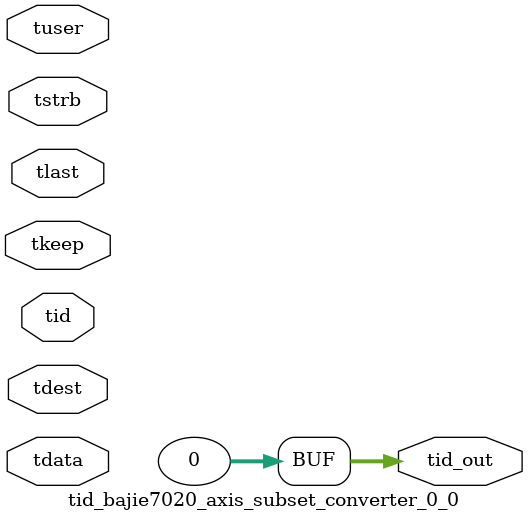
<source format=v>


`timescale 1ps/1ps

module tid_bajie7020_axis_subset_converter_0_0 #
(
parameter C_S_AXIS_TID_WIDTH   = 1,
parameter C_S_AXIS_TUSER_WIDTH = 0,
parameter C_S_AXIS_TDATA_WIDTH = 0,
parameter C_S_AXIS_TDEST_WIDTH = 0,
parameter C_M_AXIS_TID_WIDTH   = 32
)
(
input  [(C_S_AXIS_TID_WIDTH   == 0 ? 1 : C_S_AXIS_TID_WIDTH)-1:0       ] tid,
input  [(C_S_AXIS_TDATA_WIDTH == 0 ? 1 : C_S_AXIS_TDATA_WIDTH)-1:0     ] tdata,
input  [(C_S_AXIS_TUSER_WIDTH == 0 ? 1 : C_S_AXIS_TUSER_WIDTH)-1:0     ] tuser,
input  [(C_S_AXIS_TDEST_WIDTH == 0 ? 1 : C_S_AXIS_TDEST_WIDTH)-1:0     ] tdest,
input  [(C_S_AXIS_TDATA_WIDTH/8)-1:0 ] tkeep,
input  [(C_S_AXIS_TDATA_WIDTH/8)-1:0 ] tstrb,
input                                                                    tlast,
output [(C_M_AXIS_TID_WIDTH   == 0 ? 1 : C_M_AXIS_TID_WIDTH)-1:0       ] tid_out
);

assign tid_out = {1'b0};

endmodule


</source>
